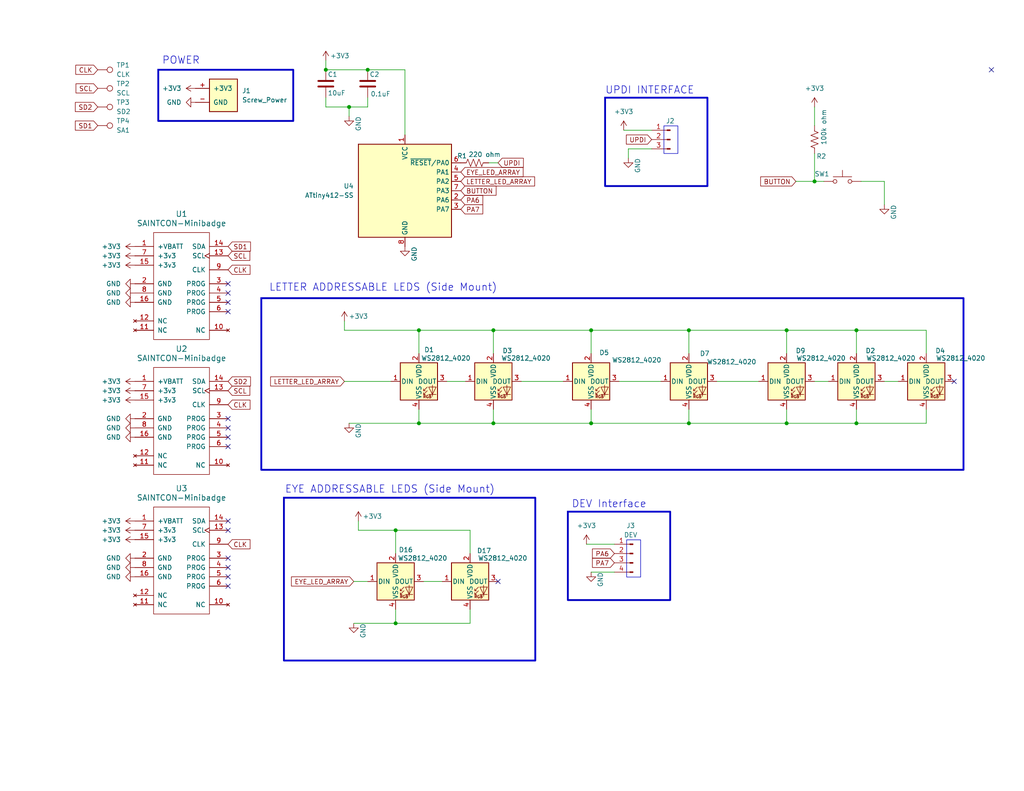
<source format=kicad_sch>
(kicad_sch (version 20231120) (generator "eeschema") (generator_version "8.0")
  (paper "A")
  (lib_symbols
    (symbol "Connector:Conn_01x03_Pin" (pin_names (offset 1.016) hide)
      (property "Reference" "J" (at 0 5.08 0))
      (property "Value" "Conn_01x03_Pin" (at 0 -5.08 0))
      (symbol "Conn_01x03_Pin_1_1"
        (polyline (pts (xy 1.27 -2.54) (xy 0.8636 -2.54)) (stroke (width 0.1524)))
        (polyline (pts (xy 1.27 0) (xy 0.8636 0)) (stroke (width 0.1524)))
        (polyline (pts (xy 1.27 2.54) (xy 0.8636 2.54)) (stroke (width 0.1524)))
        (rectangle (start 0.8636 -2.413) (end 0 -2.667) (stroke (width 0.1524)) (fill (type outline)))
        (rectangle (start 0.8636 0.127) (end 0 -0.127) (stroke (width 0.1524)) (fill (type outline)))
        (rectangle (start 0.8636 2.667) (end 0 2.413) (stroke (width 0.1524)) (fill (type outline)))
        (pin passive line (at 5.08 2.54 180) (length 3.81) (name "Pin_1") (number "1"))
        (pin passive line (at 5.08 0 180) (length 3.81) (name "Pin_2") (number "2"))
        (pin passive line (at 5.08 -2.54 180) (length 3.81) (name "Pin_3") (number "3"))
      )
    )
    (symbol "Connector:Conn_01x04_Pin" (pin_names (offset 1.016) hide)
      (property "Reference" "J" (at 0 5.08 0))
      (property "Value" "Conn_01x04_Pin" (at 0 -7.62 0))
      (symbol "Conn_01x04_Pin_1_1"
        (polyline (pts (xy 1.27 -5.08) (xy 0.8636 -5.08)) (stroke (width 0.1524)))
        (polyline (pts (xy 1.27 -2.54) (xy 0.8636 -2.54)) (stroke (width 0.1524)))
        (polyline (pts (xy 1.27 0) (xy 0.8636 0)) (stroke (width 0.1524)))
        (polyline (pts (xy 1.27 2.54) (xy 0.8636 2.54)) (stroke (width 0.1524)))
        (rectangle (start 0.8636 -4.953) (end 0 -5.207) (stroke (width 0.1524)) (fill (type outline)))
        (rectangle (start 0.8636 -2.413) (end 0 -2.667) (stroke (width 0.1524)) (fill (type outline)))
        (rectangle (start 0.8636 0.127) (end 0 -0.127) (stroke (width 0.1524)) (fill (type outline)))
        (rectangle (start 0.8636 2.667) (end 0 2.413) (stroke (width 0.1524)) (fill (type outline)))
        (pin passive line (at 5.08 2.54 180) (length 3.81) (name "Pin_1") (number "1"))
        (pin passive line (at 5.08 0 180) (length 3.81) (name "Pin_2") (number "2"))
        (pin passive line (at 5.08 -2.54 180) (length 3.81) (name "Pin_3") (number "3"))
        (pin passive line (at 5.08 -5.08 180) (length 3.81) (name "Pin_4") (number "4"))
      )
    )
    (symbol "Connector:TestPoint" (pin_numbers hide) (pin_names (offset 0.762) hide)
      (property "Reference" "TP" (at 0 6.858 0))
      (property "Value" "TestPoint" (at 0 5.08 0))
      (symbol "TestPoint_0_1"
        (circle (center 0 3.302) (radius 0.762))
      )
      (symbol "TestPoint_1_1"
        (pin passive line (at 0 0 90) (length 2.54) (name "1") (number "1"))
      )
    )
    (symbol "Device:C" (pin_numbers hide) (pin_names (offset 0.254))
      (property "Reference" "C" (at 0.635 2.54 0))
      (property "Value" "C" (at 0.635 -2.54 0))
      (symbol "C_0_1"
        (polyline (pts (xy -2.032 -0.762) (xy 2.032 -0.762)) (stroke (width 0.508)))
        (polyline (pts (xy -2.032 0.762) (xy 2.032 0.762)) (stroke (width 0.508)))
      )
      (symbol "C_1_1"
        (pin passive line (at 0 3.81 270) (length 2.794) (name "~") (number "1"))
        (pin passive line (at 0 -3.81 90) (length 2.794) (name "~") (number "2"))
      )
    )
    (symbol "Device:R_US" (pin_numbers hide) (pin_names (offset 0))
      (property "Reference" "R" (at 2.54 0 90))
      (property "Value" "R_US" (at -2.54 0 90))
      (symbol "R_US_0_1"
        (polyline (pts (xy 0 -2.286) (xy 0 -2.54)))
        (polyline (pts (xy 0 2.286) (xy 0 2.54)))
        (polyline (pts (xy 0 -0.762) (xy 1.016 -1.143) (xy 0 -1.524) (xy -1.016 -1.905) (xy 0 -2.286)))
        (polyline (pts (xy 0 0.762) (xy 1.016 0.381) (xy 0 0) (xy -1.016 -0.381) (xy 0 -0.762)))
        (polyline (pts (xy 0 2.286) (xy 1.016 1.905) (xy 0 1.524) (xy -1.016 1.143) (xy 0 0.762)))
      )
      (symbol "R_US_1_1"
        (pin passive line (at 0 3.81 270) (length 1.27) (name "~") (number "1"))
        (pin passive line (at 0 -3.81 90) (length 1.27) (name "~") (number "2"))
      )
    )
    (symbol "MCU_Microchip_ATtiny:ATtiny412-SS"
      (property "Reference" "U" (at -12.7 13.97 0))
      (property "Value" "ATtiny412-SS" (at 2.54 -13.97 0))
      (symbol "ATtiny412-SS_0_1"
        (rectangle (start -12.7 -12.7) (end 12.7 12.7) (stroke (width 0.254)) (fill (type background)))
      )
      (symbol "ATtiny412-SS_1_1"
        (pin power_in line (at 0 15.24 270) (length 2.54) (name "VCC") (number "1"))
        (pin bidirectional line (at 15.24 -2.54 180) (length 2.54) (name "PA6") (number "2"))
        (pin bidirectional line (at 15.24 -5.08 180) (length 2.54) (name "PA7") (number "3"))
        (pin bidirectional line (at 15.24 5.08 180) (length 2.54) (name "PA1") (number "4"))
        (pin bidirectional line (at 15.24 2.54 180) (length 2.54) (name "PA2") (number "5"))
        (pin bidirectional line (at 15.24 7.62 180) (length 2.54) (name "~{RESET}/PA0") (number "6"))
        (pin bidirectional line (at 15.24 0 180) (length 2.54) (name "PA3") (number "7"))
        (pin power_in line (at 0 -15.24 90) (length 2.54) (name "GND") (number "8"))
      )
    )
    (symbol "PCM_marbastlib-various:WS2812_4020" (pin_names (offset 0.254))
      (property "Reference" "LED" (at 5.08 5.715 0))
      (property "Value" "WS2812_4020" (at 1.27 -5.715 0))
      (symbol "WS2812_4020_0_0"
        (text "RGB" (at 2.286 -4.191 0) (effects (font (size 0.762 0.762))))
      )
      (symbol "WS2812_4020_0_1"
        (polyline (pts (xy 1.27 -3.556) (xy 1.778 -3.556)))
        (polyline (pts (xy 1.27 -2.54) (xy 1.778 -2.54)))
        (polyline (pts (xy 4.699 -3.556) (xy 2.667 -3.556)))
        (polyline (pts (xy 2.286 -2.54) (xy 1.27 -3.556) (xy 1.27 -3.048)))
        (polyline (pts (xy 2.286 -1.524) (xy 1.27 -2.54) (xy 1.27 -2.032)))
        (polyline (pts (xy 3.683 -1.016) (xy 3.683 -3.556) (xy 3.683 -4.064)))
        (polyline (pts (xy 4.699 -1.524) (xy 2.667 -1.524) (xy 3.683 -3.556) (xy 4.699 -1.524)))
        (rectangle (start 5.08 5.08) (end -5.08 -5.08) (stroke (width 0.254)) (fill (type background)))
      )
      (symbol "WS2812_4020_1_1"
        (pin input line (at -7.62 0 0) (length 2.54) (name "DIN") (number "1"))
        (pin power_in line (at 0 7.62 270) (length 2.54) (name "VDD") (number "2"))
        (pin output line (at 7.62 0 180) (length 2.54) (name "DOUT") (number "3"))
        (pin power_in line (at 0 -7.62 90) (length 2.54) (name "VSS") (number "4"))
      )
    )
    (symbol "Saintcon2024Klip-ons:Screw_Power" (pin_names (offset 1.016))
      (property "Reference" "J" (at -0.254 5.08 0))
      (property "Value" "Screw_Power" (at 0.254 -6.35 0))
      (symbol "Screw_Power_1_1"
        (rectangle (start -3.81 3.81) (end 3.81 -5.08) (stroke (width 0.254)) (fill (type background)))
        (pin power_out line (at -7.62 1.27 0) (length 3.81) (name "+3V3") (number "+"))
        (pin power_out line (at -7.62 -2.54 0) (length 3.81) (name "GND") (number "-"))
      )
    )
    (symbol "Switch:SW_Push" (pin_numbers hide) (pin_names (offset 1.016) hide)
      (property "Reference" "SW" (at 1.27 2.54 0))
      (property "Value" "SW_Push" (at 0 -1.524 0))
      (symbol "SW_Push_0_1"
        (circle (center -2.032 0) (radius 0.508))
        (polyline (pts (xy 0 1.27) (xy 0 3.048)))
        (polyline (pts (xy 2.54 1.27) (xy -2.54 1.27)))
        (circle (center 2.032 0) (radius 0.508))
        (pin passive line (at -5.08 0 0) (length 2.54) (name "1") (number "1"))
        (pin passive line (at 5.08 0 180) (length 2.54) (name "2") (number "2"))
      )
    )
    (symbol "power:+3V3" (power) (pin_names (offset 0))
      (property "Value" "+3V3" (at 0 3.556 0))
      (symbol "+3V3_0_1"
        (polyline (pts (xy -0.762 1.27) (xy 0 2.54)))
        (polyline (pts (xy 0 0) (xy 0 2.54)))
        (polyline (pts (xy 0 2.54) (xy 0.762 1.27)))
      )
      (symbol "+3V3_1_1"
        (pin power_in line (at 0 0 90) (length 0) hide (name "+3V3") (number "1"))
      )
    )
    (symbol "power:GND" (power) (pin_names (offset 0))
      (property "Value" "GND" (at 0 -3.81 0))
      (symbol "GND_0_1"
        (polyline (pts (xy 0 0) (xy 0 -1.27) (xy 1.27 -1.27) (xy 0 -2.54) (xy -1.27 -1.27) (xy 0 -1.27)))
      )
      (symbol "GND_1_1"
        (pin power_in line (at 0 0 270) (length 0) hide (name "GND") (number "1"))
      )
    )
    (symbol "saintcon-minibadge:SAINTCON-Minibadge" (pin_names (offset 1.016))
      (property "Reference" "U" (at -6.35 11.43 0))
      (property "Value" "SAINTCON-Minibadge" (at 1.27 -20.32 0))
      (symbol "SAINTCON-Minibadge_0_1"
        (rectangle (start -7.62 10.16) (end 7.62 -19.05))
      )
      (symbol "SAINTCON-Minibadge_1_1"
        (pin power_out line (at -12.7 6.35 0) (length 5.08) (name "+VBATT") (number "1"))
        (pin no_connect line (at 12.7 -16.51 180) (length 5.08) (name "NC") (number "10"))
        (pin no_connect line (at -12.7 -16.51 0) (length 5.08) (name "NC") (number "11"))
        (pin no_connect line (at -12.7 -13.97 0) (length 5.08) (name "NC") (number "12"))
        (pin output clock (at 12.7 3.81 180) (length 5.08) (name "SCL") (number "13"))
        (pin bidirectional line (at 12.7 6.35 180) (length 5.08) (name "SDA") (number "14"))
        (pin power_out line (at -12.7 1.27 0) (length 5.08) (name "+3v3") (number "15"))
        (pin power_out line (at -12.7 -8.89 0) (length 5.08) (name "GND") (number "16"))
        (pin power_out line (at -12.7 -3.81 0) (length 5.08) (name "GND") (number "2"))
        (pin bidirectional line (at 12.7 -3.81 180) (length 5.08) (name "PROG") (number "3"))
        (pin bidirectional line (at 12.7 -6.35 180) (length 5.08) (name "PROG") (number "4"))
        (pin bidirectional line (at 12.7 -8.89 180) (length 5.08) (name "PROG") (number "5"))
        (pin bidirectional line (at 12.7 -11.43 180) (length 5.08) (name "PROG") (number "6"))
        (pin power_out line (at -12.7 3.81 0) (length 5.08) (name "+3v3") (number "7"))
        (pin power_out line (at -12.7 -6.35 0) (length 5.08) (name "GND") (number "8"))
        (pin output line (at 12.7 0 180) (length 5.08) (name "CLK") (number "9"))
      )
    )
  )
  (junction (at 161.29 90.17))
  (junction (at 134.62 115.57))
  (junction (at 214.63 90.17))
  (junction (at 95.25 29.21))
  (junction (at 114.3 90.17))
  (junction (at 222.25 49.53))
  (junction (at 233.68 115.57))
  (junction (at 134.62 90.17))
  (junction (at 100.33 19.05))
  (junction (at 88.9 19.05))
  (junction (at 161.29 115.57))
  (junction (at 214.63 115.57))
  (junction (at 187.96 90.17))
  (junction (at 233.68 90.17))
  (junction (at 107.95 144.78))
  (junction (at 114.3 115.57))
  (junction (at 107.95 170.18))
  (junction (at 187.96 115.57))
  (no_connect (at 62.23 142.24))
  (no_connect (at 62.23 121.92))
  (no_connect (at 62.23 119.38))
  (no_connect (at 260.35 104.14))
  (no_connect (at 62.23 157.48))
  (no_connect (at 270.51 19.05))
  (no_connect (at 62.23 152.4))
  (no_connect (at 135.89 158.75))
  (no_connect (at 62.23 160.02))
  (no_connect (at 62.23 114.3))
  (no_connect (at 62.23 82.55))
  (no_connect (at 62.23 85.09))
  (no_connect (at 62.23 116.84))
  (no_connect (at 62.23 80.01))
  (no_connect (at 62.23 77.47))
  (no_connect (at 62.23 154.94))
  (no_connect (at 62.23 144.78))
  (wire (pts (xy 241.3 104.14) (xy 245.11 104.14)))
  (wire (pts (xy 107.95 144.78) (xy 107.95 151.13)))
  (wire (pts (xy 233.68 115.57) (xy 214.63 115.57)))
  (wire (pts (xy 93.98 104.14) (xy 106.68 104.14)))
  (wire (pts (xy 96.52 170.18) (xy 107.95 170.18)))
  (wire (pts (xy 161.29 156.21) (xy 167.64 156.21)))
  (wire (pts (xy 171.45 43.18) (xy 171.45 40.64)))
  (wire (pts (xy 88.9 19.05) (xy 100.33 19.05)))
  (wire (pts (xy 187.96 111.76) (xy 187.96 115.57)))
  (wire (pts (xy 95.25 115.57) (xy 114.3 115.57)))
  (wire (pts (xy 252.73 96.52) (xy 252.73 90.17)))
  (wire (pts (xy 222.25 104.14) (xy 226.06 104.14)))
  (wire (pts (xy 161.29 90.17) (xy 187.96 90.17)))
  (wire (pts (xy 222.25 49.53) (xy 224.79 49.53)))
  (wire (pts (xy 121.92 104.14) (xy 127 104.14)))
  (wire (pts (xy 160.02 148.59) (xy 167.64 148.59)))
  (wire (pts (xy 95.25 29.21) (xy 100.33 29.21)))
  (wire (pts (xy 88.9 29.21) (xy 95.25 29.21)))
  (wire (pts (xy 114.3 111.76) (xy 114.3 115.57)))
  (wire (pts (xy 252.73 115.57) (xy 233.68 115.57)))
  (wire (pts (xy 114.3 90.17) (xy 134.62 90.17)))
  (wire (pts (xy 107.95 170.18) (xy 128.27 170.18)))
  (wire (pts (xy 128.27 144.78) (xy 128.27 151.13)))
  (wire (pts (xy 134.62 90.17) (xy 161.29 90.17)))
  (wire (pts (xy 187.96 90.17) (xy 214.63 90.17)))
  (wire (pts (xy 233.68 96.52) (xy 233.68 90.17)))
  (wire (pts (xy 114.3 90.17) (xy 114.3 96.52)))
  (wire (pts (xy 214.63 96.52) (xy 214.63 90.17)))
  (wire (pts (xy 233.68 111.76) (xy 233.68 115.57)))
  (wire (pts (xy 88.9 26.67) (xy 88.9 29.21)))
  (wire (pts (xy 107.95 166.37) (xy 107.95 170.18)))
  (wire (pts (xy 222.25 29.21) (xy 222.25 34.29)))
  (wire (pts (xy 214.63 111.76) (xy 214.63 115.57)))
  (wire (pts (xy 252.73 90.17) (xy 233.68 90.17)))
  (wire (pts (xy 97.79 142.24) (xy 97.79 144.78)))
  (wire (pts (xy 168.91 104.14) (xy 180.34 104.14)))
  (wire (pts (xy 100.33 29.21) (xy 100.33 26.67)))
  (wire (pts (xy 195.58 104.14) (xy 207.01 104.14)))
  (wire (pts (xy 222.25 41.91) (xy 222.25 49.53)))
  (wire (pts (xy 187.96 115.57) (xy 214.63 115.57)))
  (wire (pts (xy 88.9 16.51) (xy 88.9 19.05)))
  (wire (pts (xy 134.62 115.57) (xy 161.29 115.57)))
  (wire (pts (xy 170.18 35.56) (xy 177.8 35.56)))
  (wire (pts (xy 107.95 144.78) (xy 128.27 144.78)))
  (wire (pts (xy 93.98 87.63) (xy 93.98 90.17)))
  (wire (pts (xy 217.17 49.53) (xy 222.25 49.53)))
  (wire (pts (xy 161.29 115.57) (xy 187.96 115.57)))
  (wire (pts (xy 110.49 19.05) (xy 110.49 36.83)))
  (wire (pts (xy 114.3 115.57) (xy 134.62 115.57)))
  (wire (pts (xy 134.62 111.76) (xy 134.62 115.57)))
  (wire (pts (xy 115.57 158.75) (xy 120.65 158.75)))
  (wire (pts (xy 95.25 31.75) (xy 95.25 29.21)))
  (wire (pts (xy 171.45 40.64) (xy 177.8 40.64)))
  (wire (pts (xy 142.24 104.14) (xy 153.67 104.14)))
  (wire (pts (xy 187.96 96.52) (xy 187.96 90.17)))
  (wire (pts (xy 93.98 90.17) (xy 114.3 90.17)))
  (wire (pts (xy 134.62 90.17) (xy 134.62 96.52)))
  (wire (pts (xy 100.33 19.05) (xy 110.49 19.05)))
  (wire (pts (xy 161.29 111.76) (xy 161.29 115.57)))
  (wire (pts (xy 161.29 90.17) (xy 161.29 96.52)))
  (wire (pts (xy 133.35 44.45) (xy 135.89 44.45)))
  (wire (pts (xy 128.27 166.37) (xy 128.27 170.18)))
  (wire (pts (xy 97.79 144.78) (xy 107.95 144.78)))
  (wire (pts (xy 96.52 158.75) (xy 100.33 158.75)))
  (wire (pts (xy 252.73 111.76) (xy 252.73 115.57)))
  (wire (pts (xy 241.3 49.53) (xy 241.3 55.88)))
  (wire (pts (xy 233.68 90.17) (xy 214.63 90.17)))
  (wire (pts (xy 234.95 49.53) (xy 241.3 49.53)))
  (rectangle (start 154.94 139.7) (end 182.8609 163.83) (stroke (width 0.5)))
  (rectangle (start 165.1 26.67) (end 193.0209 50.8) (stroke (width 0.5)))
  (rectangle (start 181.1503 34.3625) (end 184.9603 41.91))
  (rectangle (start 77.47 135.89) (end 146.05 180.34) (stroke (width 0.5)))
  (rectangle (start 170.9903 147.3925) (end 174.8003 157.5525))
  (rectangle (start 43.18 19.05) (end 80.01 33.02) (stroke (width 0.5)))
  (rectangle (start 71.2954 81.4018) (end 262.89 128.27) (stroke (width 0.5)))
  (text "DEV Interface" (at 155.9545 138.8813 0) (effects (font (size 2 2)) (justify left bottom)))
  (text "UPDI INTERFACE" (at 165.1 25.908 0) (effects (font (size 2 2)) (justify left bottom)))
  (text "POWER" (at 44.196 17.78 0) (effects (font (size 2 2)) (justify left bottom)))
  (text "EYE ADDRESSABLE LEDS (Side Mount)" (at 77.724 134.874 0) (effects (font (size 2 2)) (justify left bottom)))
  (text "LETTER ADDRESSABLE LEDS (Side Mount)" (at 73.406 79.756 0) (effects (font (size 2 2)) (justify left bottom)))
  (global_label "PA6" (shape input) (at 125.73 54.61 0) (property "Intersheetrefs" "${INTERSHEET_REFS}" (effects (hide yes))))
  (global_label "UPDI" (shape input) (at 177.8 38.1 180) (property "Intersheetrefs" "${INTERSHEET_REFS}" (effects (hide yes))))
  (global_label "SCL" (shape input) (at 62.23 106.68 0) (property "Intersheetrefs" "${INTERSHEET_REFS}" (effects (hide yes))))
  (global_label "SD2" (shape input) (at 62.23 104.14 0) (property "Intersheetrefs" "${INTERSHEET_REFS}" (effects (hide yes))))
  (global_label "SD2" (shape input) (at 26.67 29.21 180) (property "Intersheetrefs" "${INTERSHEET_REFS}" (effects (hide yes))))
  (global_label "CLK" (shape input) (at 62.23 148.59 0) (property "Intersheetrefs" "${INTERSHEET_REFS}" (effects (hide yes))))
  (global_label "LETTER_LED_ARRAY" (shape input) (at 93.98 104.14 180) (property "Intersheetrefs" "${INTERSHEET_REFS}" (effects (hide yes))))
  (global_label "SD1" (shape input) (at 62.23 67.31 0) (property "Intersheetrefs" "${INTERSHEET_REFS}" (effects (hide yes))))
  (global_label "BUTTON" (shape input) (at 125.73 52.07 0) (property "Intersheetrefs" "${INTERSHEET_REFS}" (effects (hide yes))))
  (global_label "SD1" (shape input) (at 26.67 34.29 180) (property "Intersheetrefs" "${INTERSHEET_REFS}" (effects (hide yes))))
  (global_label "CLK" (shape input) (at 62.23 110.49 0) (property "Intersheetrefs" "${INTERSHEET_REFS}" (effects (hide yes))))
  (global_label "UPDI" (shape input) (at 135.89 44.45 0) (property "Intersheetrefs" "${INTERSHEET_REFS}" (effects (hide yes))))
  (global_label "CLK" (shape input) (at 26.67 19.05 180) (property "Intersheetrefs" "${INTERSHEET_REFS}" (effects (hide yes))))
  (global_label "LETTER_LED_ARRAY" (shape input) (at 125.73 49.53 0) (property "Intersheetrefs" "${INTERSHEET_REFS}" (effects (hide yes))))
  (global_label "PA6" (shape input) (at 167.64 151.13 180) (property "Intersheetrefs" "${INTERSHEET_REFS}" (effects (hide yes))))
  (global_label "EYE_LED_ARRAY" (shape input) (at 96.52 158.75 180) (property "Intersheetrefs" "${INTERSHEET_REFS}" (effects (hide yes))))
  (global_label "PA7" (shape input) (at 125.73 57.15 0) (property "Intersheetrefs" "${INTERSHEET_REFS}" (effects (hide yes))))
  (global_label "SCL" (shape input) (at 26.67 24.13 180) (property "Intersheetrefs" "${INTERSHEET_REFS}" (effects (hide yes))))
  (global_label "SCL" (shape input) (at 62.23 69.85 0) (property "Intersheetrefs" "${INTERSHEET_REFS}" (effects (hide yes))))
  (global_label "CLK" (shape input) (at 62.23 73.66 0) (property "Intersheetrefs" "${INTERSHEET_REFS}" (effects (hide yes))))
  (global_label "BUTTON" (shape input) (at 217.17 49.53 180) (property "Intersheetrefs" "${INTERSHEET_REFS}" (effects (hide yes))))
  (global_label "PA7" (shape input) (at 167.64 153.67 180) (property "Intersheetrefs" "${INTERSHEET_REFS}" (effects (hide yes))))
  (global_label "EYE_LED_ARRAY" (shape input) (at 125.73 46.99 0) (property "Intersheetrefs" "${INTERSHEET_REFS}" (effects (hide yes))))
  (symbol (lib_id "Device:C") (at 88.9 22.86 0) (unit 1)
    (property "Reference" "C1" (at 89.408 20.32 0) (effects (justify left)))
    (property "Value" "10uF" (at 89.408 25.4 0) (effects (justify left)))
    (property "Footprint" "Capacitor_SMD:C_0805_2012Metric_Pad1.18x1.45mm_HandSolder" (effects (hide yes)))
    (property "Description" "Unpolarized capacitor" (effects (hide yes)))
  )
  (symbol (lib_id "Connector:TestPoint") (at 26.67 24.13 270) (unit 1)
    (property "Reference" "TP2" (at 31.75 22.8599 90) (effects (justify left)))
    (property "Value" "SCL" (at 31.75 25.3999 90) (effects (justify left)))
    (property "Footprint" "TestPoint:TestPoint_THTPad_D2.0mm_Drill1.0mm" (effects (hide yes)))
    (property "Description" "test point" (effects (hide yes)))
  )
  (symbol (lib_id "power:+3V3") (at 36.83 106.68 90) (unit 1)
    (property "Reference" "#PWR09" (effects (hide yes)))
    (property "Value" "+3V3" (at 33.02 106.6799 90) (effects (justify left)))
  )
  (symbol (lib_id "power:GND") (at 161.29 156.21 0) (unit 1)
    (property "Reference" "#PWR031" (effects (hide yes)))
    (property "Value" "GND" (at 163.83 156.21 90) (effects (justify right)))
  )
  (symbol (lib_id "power:+3V3") (at 36.83 109.22 90) (unit 1)
    (property "Reference" "#PWR010" (effects (hide yes)))
    (property "Value" "+3V3" (at 33.02 109.2199 90) (effects (justify left)))
  )
  (symbol (lib_id "power:+3V3") (at 36.83 72.39 90) (unit 1)
    (property "Reference" "#PWR04" (effects (hide yes)))
    (property "Value" "+3V3" (at 33.02 72.3899 90) (effects (justify left)))
  )
  (symbol (lib_id "power:GND") (at 36.83 77.47 270) (unit 1)
    (property "Reference" "#PWR06" (effects (hide yes)))
    (property "Value" "GND" (at 33.02 77.4699 90) (effects (justify right)))
  )
  (symbol (lib_id "power:GND") (at 36.83 157.48 270) (unit 1)
    (property "Reference" "#PWR019" (effects (hide yes)))
    (property "Value" "GND" (at 33.02 157.4799 90) (effects (justify right)))
  )
  (symbol (lib_id "Connector:Conn_01x04_Pin") (at 172.72 151.13 0) (mirror y) (unit 1)
    (property "Reference" "J3" (at 172.085 143.51 0))
    (property "Value" "DEV" (at 172.085 146.05 0))
    (property "Footprint" "mad_hatter_badge:mad_hatter_sneaky_uart_connector" (effects (hide yes)))
  )
  (symbol (lib_id "power:+3V3") (at 36.83 144.78 90) (unit 1)
    (property "Reference" "#PWR015" (effects (hide yes)))
    (property "Value" "+3V3" (at 33.02 144.7799 90) (effects (justify left)))
  )
  (symbol (lib_id "PCM_marbastlib-various:WS2812_4020") (at 134.62 104.14 0) (unit 1)
    (property "Reference" "D3" (at 138.43 95.758 0))
    (property "Value" "WS2812_4020" (at 143.51 97.79 0))
    (property "Footprint" "mad_hatter_badge:sk6812-side-a" (effects (hide yes)))
    (property "Datasheet" "https://datasheet.lcsc.com/lcsc/2012110135_Worldsemi-WS2812B-4020_C965557.pdf" (effects (hide yes)))
    (property "Description" "4020 SMD adressable RGB LED with integrated controller" (effects (hide yes)))
  )
  (symbol (lib_id "Connector:TestPoint") (at 26.67 34.29 270) (unit 1)
    (property "Reference" "TP4" (at 31.75 33.0199 90) (effects (justify left)))
    (property "Value" "SA1" (at 31.75 35.5599 90) (effects (justify left)))
    (property "Footprint" "TestPoint:TestPoint_THTPad_D2.0mm_Drill1.0mm" (effects (hide yes)))
    (property "Description" "test point" (effects (hide yes)))
  )
  (symbol (lib_id "power:+3V3") (at 36.83 67.31 90) (unit 1)
    (property "Reference" "#PWR05" (effects (hide yes)))
    (property "Value" "+3V3" (at 33.02 67.3099 90) (effects (justify left)))
  )
  (symbol (lib_id "power:GND") (at 36.83 119.38 270) (unit 1)
    (property "Reference" "#PWR013" (effects (hide yes)))
    (property "Value" "GND" (at 33.02 119.3799 90) (effects (justify right)))
  )
  (symbol (lib_id "power:GND") (at 96.52 170.18 0) (unit 1)
    (property "Reference" "#PWR032" (effects (hide yes)))
    (property "Value" "GND" (at 99.06 170.18 90) (effects (justify right)))
  )
  (symbol (lib_id "saintcon-minibadge:SAINTCON-Minibadge") (at 49.53 148.59 0) (unit 1)
    (property "Reference" "U3" (at 49.53 133.35 0) (effects (font (size 1.524 1.524))))
    (property "Value" "SAINTCON-Minibadge" (at 49.53 135.89 0) (effects (font (size 1.524 1.524))))
    (property "Footprint" "MiniBadge:MiniBadge_Slot_Basic" (effects (hide yes)))
  )
  (symbol (lib_id "power:+3V3") (at 88.9 16.51 0) (unit 1)
    (property "Reference" "#PWR020" (effects (hide yes)))
    (property "Value" "+3V3" (at 92.71 15.24 0))
  )
  (symbol (lib_id "PCM_marbastlib-various:WS2812_4020") (at 252.73 104.14 0) (unit 1)
    (property "Reference" "D4" (at 256.54 95.758 0))
    (property "Value" "WS2812_4020" (at 262.128 97.79 0))
    (property "Footprint" "mad_hatter_badge:sk6812-side-a" (effects (hide yes)))
    (property "Datasheet" "https://datasheet.lcsc.com/lcsc/2012110135_Worldsemi-WS2812B-4020_C965557.pdf" (effects (hide yes)))
    (property "Description" "4020 SMD adressable RGB LED with integrated controller" (effects (hide yes)))
  )
  (symbol (lib_id "power:GND") (at 36.83 114.3 270) (unit 1)
    (property "Reference" "#PWR011" (effects (hide yes)))
    (property "Value" "GND" (at 33.02 114.2999 90) (effects (justify right)))
  )
  (symbol (lib_id "power:GND") (at 36.83 116.84 270) (unit 1)
    (property "Reference" "#PWR012" (effects (hide yes)))
    (property "Value" "GND" (at 33.02 116.8399 90) (effects (justify right)))
  )
  (symbol (lib_id "Device:R_US") (at 222.25 38.1 0) (unit 1)
    (property "Reference" "R2" (at 222.758 42.672 0) (effects (justify left)))
    (property "Value" "100k ohm" (at 224.79 39.624 90) (effects (justify left)))
    (property "Footprint" "Resistor_SMD:R_0603_1608Metric_Pad0.98x0.95mm_HandSolder" (effects (hide yes)))
  )
  (symbol (lib_id "Saintcon2024Klip-ons:Screw_Power") (at 60.96 25.4 0) (unit 1)
    (property "Reference" "J1" (at 66.04 24.7649 0) (effects (justify left)))
    (property "Value" "Screw_Power" (at 66.04 27.3049 0) (effects (justify left)))
    (property "Footprint" "night_evil_ai:night_evil_ai_clip_on_lower_connectors" (effects (hide yes)))
  )
  (symbol (lib_id "PCM_marbastlib-various:WS2812_4020") (at 187.96 104.14 0) (unit 1)
    (property "Reference" "D7" (at 192.278 96.52 0))
    (property "Value" "WS2812_4020" (at 199.644 98.806 0))
    (property "Footprint" "mad_hatter_badge:sk6812-side-a" (effects (hide yes)))
    (property "Datasheet" "https://datasheet.lcsc.com/lcsc/2012110135_Worldsemi-WS2812B-4020_C965557.pdf" (effects (hide yes)))
    (property "Description" "4020 SMD adressable RGB LED with integrated controller" (effects (hide yes)))
  )
  (symbol (lib_id "power:GND") (at 36.83 154.94 270) (unit 1)
    (property "Reference" "#PWR018" (effects (hide yes)))
    (property "Value" "GND" (at 33.02 154.9399 90) (effects (justify right)))
  )
  (symbol (lib_id "Switch:SW_Push") (at 229.87 49.53 0) (unit 1)
    (property "Reference" "SW1" (at 224.282 47.498 0))
    (property "Value" "SW_Push" (effects (hide yes)))
    (property "Footprint" "2025_bsides:button_switch_TL3305A" (effects (hide yes)))
    (property "Description" "Push button switch, generic, two pins" (effects (hide yes)))
  )
  (symbol (lib_id "power:+3V3") (at 170.18 35.56 0) (unit 1)
    (property "Reference" "#PWR023" (effects (hide yes)))
    (property "Value" "+3V3" (at 170.18 30.48 0))
  )
  (symbol (lib_id "power:GND") (at 36.83 80.01 270) (unit 1)
    (property "Reference" "#PWR02" (effects (hide yes)))
    (property "Value" "GND" (at 33.02 80.0099 90) (effects (justify right)))
  )
  (symbol (lib_id "PCM_marbastlib-various:WS2812_4020") (at 161.29 104.14 0) (unit 1)
    (property "Reference" "D5" (at 164.846 96.266 0))
    (property "Value" "WS2812_4020" (at 173.736 98.298 0))
    (property "Footprint" "mad_hatter_badge:sk6812-side-a" (effects (hide yes)))
    (property "Datasheet" "https://datasheet.lcsc.com/lcsc/2012110135_Worldsemi-WS2812B-4020_C965557.pdf" (effects (hide yes)))
    (property "Description" "4020 SMD adressable RGB LED with integrated controller" (effects (hide yes)))
  )
  (symbol (lib_id "Connector:Conn_01x03_Pin") (at 182.88 38.1 0) (mirror y) (unit 1)
    (property "Reference" "J2" (at 182.88 33.02 0))
    (property "Value" "Conn_01x03_Pin" (effects (hide yes)))
    (property "Footprint" "night_evil_ai:night_evil_ai_updi" (effects (hide yes)))
    (property "Description" "Generic connector, single row, 01x03, script generated" (effects (hide yes)))
  )
  (symbol (lib_id "power:GND") (at 36.83 82.55 270) (unit 1)
    (property "Reference" "#PWR07" (effects (hide yes)))
    (property "Value" "GND" (at 33.02 82.5499 90) (effects (justify right)))
  )
  (symbol (lib_id "Device:R_US") (at 129.54 44.45 270) (unit 1)
    (property "Reference" "R1" (at 124.73 42.5747 90) (effects (justify left)))
    (property "Value" "220 ohm" (at 127.8157 42.1883 90) (effects (justify left)))
    (property "Footprint" "Resistor_SMD:R_0603_1608Metric_Pad0.98x0.95mm_HandSolder" (effects (hide yes)))
  )
  (symbol (lib_id "Connector:TestPoint") (at 26.67 19.05 270) (unit 1)
    (property "Reference" "TP1" (at 31.75 17.7799 90) (effects (justify left)))
    (property "Value" "CLK" (at 31.75 20.3199 90) (effects (justify left)))
    (property "Footprint" "TestPoint:TestPoint_THTPad_D2.0mm_Drill1.0mm" (effects (hide yes)))
    (property "Description" "test point" (effects (hide yes)))
  )
  (symbol (lib_id "PCM_marbastlib-various:WS2812_4020") (at 114.3 104.14 0) (unit 1)
    (property "Reference" "D1" (at 117.094 95.504 0))
    (property "Value" "WS2812_4020" (at 121.666 97.79 0))
    (property "Footprint" "mad_hatter_badge:sk6812-side-a" (effects (hide yes)))
    (property "Datasheet" "https://datasheet.lcsc.com/lcsc/2012110135_Worldsemi-WS2812B-4020_C965557.pdf" (effects (hide yes)))
    (property "Description" "4020 SMD adressable RGB LED with integrated controller" (effects (hide yes)))
  )
  (symbol (lib_id "Connector:TestPoint") (at 26.67 29.21 270) (unit 1)
    (property "Reference" "TP3" (at 31.75 27.9399 90) (effects (justify left)))
    (property "Value" "SD2" (at 31.75 30.4799 90) (effects (justify left)))
    (property "Footprint" "TestPoint:TestPoint_THTPad_D2.0mm_Drill1.0mm" (effects (hide yes)))
    (property "Description" "test point" (effects (hide yes)))
  )
  (symbol (lib_id "power:GND") (at 110.49 67.31 0) (unit 1)
    (property "Reference" "#PWR022" (effects (hide yes)))
    (property "Value" "GND" (at 113.03 67.31 90) (effects (justify right)))
  )
  (symbol (lib_id "PCM_marbastlib-various:WS2812_4020") (at 128.27 158.75 0) (unit 1)
    (property "Reference" "D17" (at 132.08 150.368 0))
    (property "Value" "WS2812_4020" (at 137.16 152.4 0))
    (property "Footprint" "mad_hatter_badge:sk6812-side-a" (effects (hide yes)))
    (property "Datasheet" "https://datasheet.lcsc.com/lcsc/2012110135_Worldsemi-WS2812B-4020_C965557.pdf" (effects (hide yes)))
    (property "Description" "4020 SMD adressable RGB LED with integrated controller" (effects (hide yes)))
  )
  (symbol (lib_id "power:+3V3") (at 222.25 29.21 0) (unit 1)
    (property "Reference" "#PWR026" (effects (hide yes)))
    (property "Value" "+3V3" (at 222.25 24.13 0))
  )
  (symbol (lib_id "PCM_marbastlib-various:WS2812_4020") (at 107.95 158.75 0) (unit 1)
    (property "Reference" "D16" (at 110.744 150.114 0))
    (property "Value" "WS2812_4020" (at 115.316 152.4 0))
    (property "Footprint" "mad_hatter_badge:sk6812-side-a" (effects (hide yes)))
    (property "Datasheet" "https://datasheet.lcsc.com/lcsc/2012110135_Worldsemi-WS2812B-4020_C965557.pdf" (effects (hide yes)))
    (property "Description" "4020 SMD adressable RGB LED with integrated controller" (effects (hide yes)))
  )
  (symbol (lib_id "saintcon-minibadge:SAINTCON-Minibadge") (at 49.53 73.66 0) (unit 1)
    (property "Reference" "U1" (at 49.53 58.42 0) (effects (font (size 1.524 1.524))))
    (property "Value" "SAINTCON-Minibadge" (at 49.53 60.96 0) (effects (font (size 1.524 1.524))))
    (property "Footprint" "MiniBadge:MiniBadge_Slot_Basic" (effects (hide yes)))
  )
  (symbol (lib_id "power:+3V3") (at 97.79 142.24 0) (unit 1)
    (property "Reference" "#PWR033" (effects (hide yes)))
    (property "Value" "+3V3" (at 101.6 140.97 0))
  )
  (symbol (lib_id "power:+3V3") (at 36.83 69.85 90) (unit 1)
    (property "Reference" "#PWR01" (effects (hide yes)))
    (property "Value" "+3V3" (at 33.02 69.8499 90) (effects (justify left)))
  )
  (symbol (lib_id "power:+3V3") (at 36.83 104.14 90) (unit 1)
    (property "Reference" "#PWR08" (effects (hide yes)))
    (property "Value" "+3V3" (at 33.02 104.1399 90) (effects (justify left)))
  )
  (symbol (lib_id "PCM_marbastlib-various:WS2812_4020") (at 233.68 104.14 0) (unit 1)
    (property "Reference" "D2" (at 237.49 95.758 0))
    (property "Value" "WS2812_4020" (at 243.078 97.79 0))
    (property "Footprint" "mad_hatter_badge:sk6812-side-a" (effects (hide yes)))
    (property "Datasheet" "https://datasheet.lcsc.com/lcsc/2012110135_Worldsemi-WS2812B-4020_C965557.pdf" (effects (hide yes)))
    (property "Description" "4020 SMD adressable RGB LED with integrated controller" (effects (hide yes)))
  )
  (symbol (lib_id "power:+3V3") (at 36.83 147.32 90) (unit 1)
    (property "Reference" "#PWR016" (effects (hide yes)))
    (property "Value" "+3V3" (at 33.02 147.3199 90) (effects (justify left)))
  )
  (symbol (lib_id "power:+3V3") (at 160.02 148.59 0) (unit 1)
    (property "Reference" "#PWR030" (effects (hide yes)))
    (property "Value" "+3V3" (at 160.02 143.51 0))
  )
  (symbol (lib_id "power:GND") (at 241.3 55.88 0) (unit 1)
    (property "Reference" "#PWR027" (effects (hide yes)))
    (property "Value" "GND" (at 243.84 55.88 90) (effects (justify right)))
  )
  (symbol (lib_id "power:GND") (at 171.45 43.18 0) (unit 1)
    (property "Reference" "#PWR025" (effects (hide yes)))
    (property "Value" "GND" (at 173.99 43.18 90) (effects (justify right)))
  )
  (symbol (lib_id "PCM_marbastlib-various:WS2812_4020") (at 214.63 104.14 0) (unit 1)
    (property "Reference" "D9" (at 218.44 95.758 0))
    (property "Value" "WS2812_4020" (at 224.028 97.79 0))
    (property "Footprint" "mad_hatter_badge:sk6812-side-a" (effects (hide yes)))
    (property "Datasheet" "https://datasheet.lcsc.com/lcsc/2012110135_Worldsemi-WS2812B-4020_C965557.pdf" (effects (hide yes)))
    (property "Description" "4020 SMD adressable RGB LED with integrated controller" (effects (hide yes)))
  )
  (symbol (lib_id "power:+3V3") (at 53.34 24.13 90) (unit 1)
    (property "Reference" "#PWR03" (effects (hide yes)))
    (property "Value" "+3V3" (at 49.53 24.1299 90) (effects (justify left)))
  )
  (symbol (lib_id "power:GND") (at 53.34 27.94 270) (unit 1)
    (property "Reference" "#PWR024" (effects (hide yes)))
    (property "Value" "GND" (at 49.53 27.9399 90) (effects (justify right)))
  )
  (symbol (lib_id "power:GND") (at 36.83 152.4 270) (unit 1)
    (property "Reference" "#PWR017" (effects (hide yes)))
    (property "Value" "GND" (at 33.02 152.3999 90) (effects (justify right)))
  )
  (symbol (lib_id "saintcon-minibadge:SAINTCON-Minibadge") (at 49.53 110.49 0) (unit 1)
    (property "Reference" "U2" (at 49.53 95.25 0) (effects (font (size 1.524 1.524))))
    (property "Value" "SAINTCON-Minibadge" (at 49.53 97.79 0) (effects (font (size 1.524 1.524))))
    (property "Footprint" "MiniBadge:MiniBadge_Slot_Basic" (effects (hide yes)))
  )
  (symbol (lib_id "Device:C") (at 100.33 22.86 0) (unit 1)
    (property "Reference" "C2" (at 100.838 20.32 0) (effects (justify left)))
    (property "Value" "0.1uF" (at 101.092 25.654 0) (effects (justify left)))
    (property "Footprint" "Capacitor_SMD:C_0603_1608Metric_Pad1.08x0.95mm_HandSolder" (effects (hide yes)))
    (property "Description" "Unpolarized capacitor" (effects (hide yes)))
  )
  (symbol (lib_id "MCU_Microchip_ATtiny:ATtiny412-SS") (at 110.49 52.07 0) (unit 1)
    (property "Reference" "U4" (at 96.52 50.7999 0) (effects (justify right)))
    (property "Value" "ATtiny412-SS" (at 96.52 53.3399 0) (effects (justify right)))
    (property "Footprint" "Package_SO:SOIC-8_3.9x4.9mm_P1.27mm" (effects (hide yes)))
    (property "Datasheet" "http://ww1.microchip.com/downloads/en/DeviceDoc/40001911A.pdf" (effects (hide yes)))
    (property "Description" "20MHz, 4kB Flash, 256B SRAM, 128B EEPROM, SOIC-8" (effects (hide yes)))
  )
  (symbol (lib_id "power:GND") (at 95.25 31.75 0) (unit 1)
    (property "Reference" "#PWR021" (effects (hide yes)))
    (property "Value" "GND" (at 97.79 31.75 90) (effects (justify right)))
  )
  (symbol (lib_id "power:+3V3") (at 36.83 142.24 90) (unit 1)
    (property "Reference" "#PWR014" (effects (hide yes)))
    (property "Value" "+3V3" (at 33.02 142.2399 90) (effects (justify left)))
  )
  (symbol (lib_id "power:+3V3") (at 93.98 87.63 0) (unit 1)
    (property "Reference" "#PWR028" (effects (hide yes)))
    (property "Value" "+3V3" (at 97.79 86.36 0))
  )
  (symbol (lib_id "power:GND") (at 95.25 115.57 0) (unit 1)
    (property "Reference" "#PWR029" (effects (hide yes)))
    (property "Value" "GND" (at 97.79 115.57 90) (effects (justify right)))
  )
)
</source>
